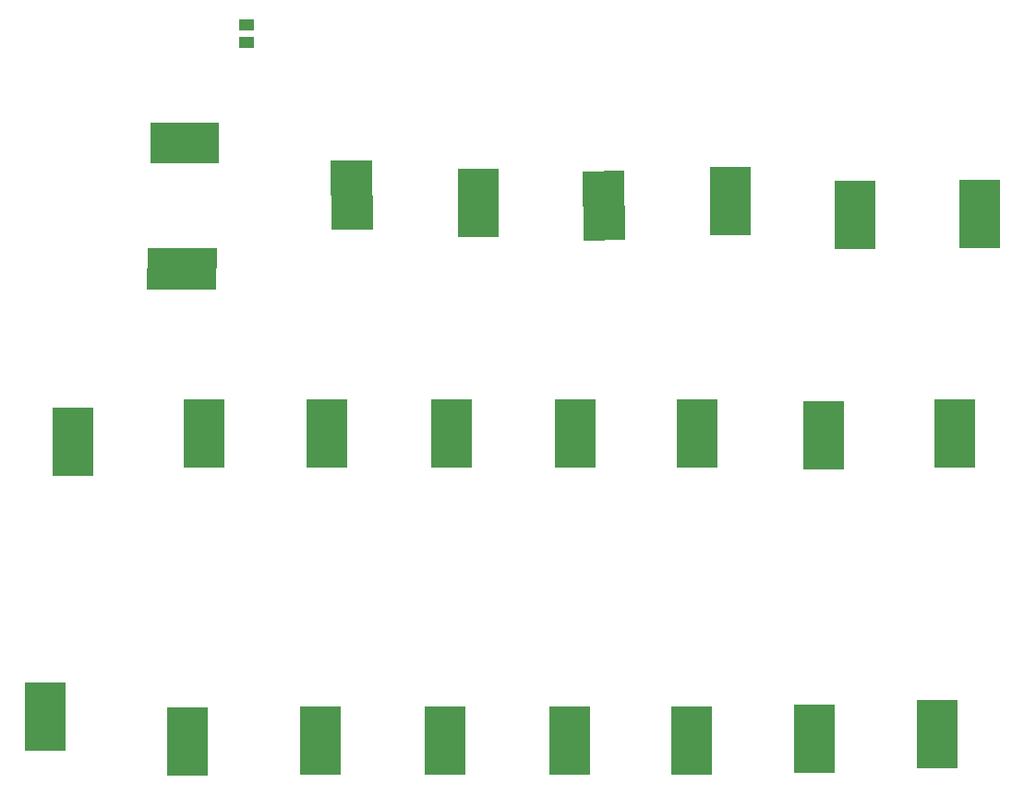
<source format=gtp>
G75*
%MOIN*%
%OFA0B0*%
%FSLAX25Y25*%
%IPPOS*%
%LPD*%
%AMOC8*
5,1,8,0,0,1.08239X$1,22.5*
%
%ADD10R,0.15000X0.25000*%
%ADD11R,0.25000X0.15000*%
%ADD12R,0.05709X0.03937*%
D10*
X0027862Y0058118D03*
X0079201Y0048984D03*
X0127350Y0049378D03*
X0172350Y0049378D03*
X0217350Y0049378D03*
X0261366Y0049378D03*
X0305579Y0049969D03*
X0349791Y0051661D03*
X0308744Y0159787D03*
X0263350Y0160378D03*
X0219335Y0160378D03*
X0174531Y0160378D03*
X0129531Y0160378D03*
X0085122Y0160378D03*
X0037760Y0157268D03*
X0184083Y0243709D03*
X0275106Y0244378D03*
X0320106Y0239378D03*
X0365106Y0239575D03*
X0356106Y0160378D03*
D11*
G36*
X0237021Y0255235D02*
X0237327Y0230238D01*
X0222329Y0230055D01*
X0222023Y0255052D01*
X0237021Y0255235D01*
G37*
G36*
X0145994Y0259098D02*
X0146081Y0234099D01*
X0131082Y0234046D01*
X0130995Y0259045D01*
X0145994Y0259098D01*
G37*
X0078331Y0265185D03*
G36*
X0064737Y0227408D02*
X0089736Y0227365D01*
X0089709Y0212366D01*
X0064710Y0212409D01*
X0064737Y0227408D01*
G37*
D12*
X0100409Y0301630D03*
X0100409Y0308087D03*
M02*

</source>
